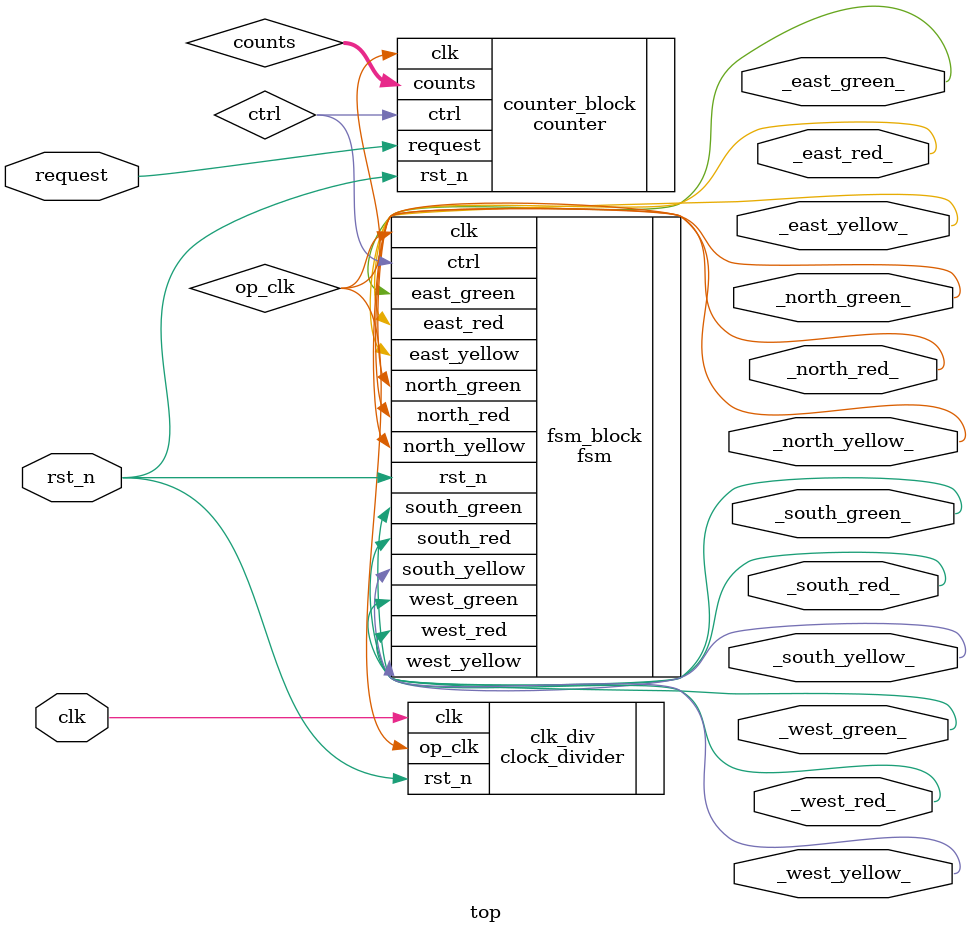
<source format=v>
module top (
    input clk,
    input rst_n,
    input request,
    output _north_green_,
    output _north_red_,
    output _north_yellow_,
    output _south_green_,
    output _south_red_,
    output _south_yellow_,
    output _east_green_,
    output _east_red_,
    output _east_yellow_,
    output _west_green_,
    output _west_red_,
    output _west_yellow_
);

wire [4:0] counts;
wire ctrl;
wire op_clk;

clock_divider clk_div (
    .clk(clk),
    .op_clk(op_clk),
    .rst_n(rst_n)
);

counter counter_block (
    .clk(op_clk),
    .rst_n(rst_n),
    .request(request),
    .ctrl(ctrl),
    .counts(counts)
);

fsm fsm_block (
    .ctrl(ctrl),
    .clk(op_clk),
    .rst_n(rst_n),
    .north_green(_north_green_),
    .north_red(_north_red_),
    .north_yellow(_north_yellow_),
    .south_green(_south_green_),
    .south_red(_south_red_),
    .south_yellow(_south_yellow_),
    .east_green(_east_green_),
    .east_red(_east_red_),
    .east_yellow(_east_yellow_),
    .west_green(_west_green_),
    .west_red(_west_red_),
    .west_yellow(_west_yellow_)
);
endmodule
</source>
